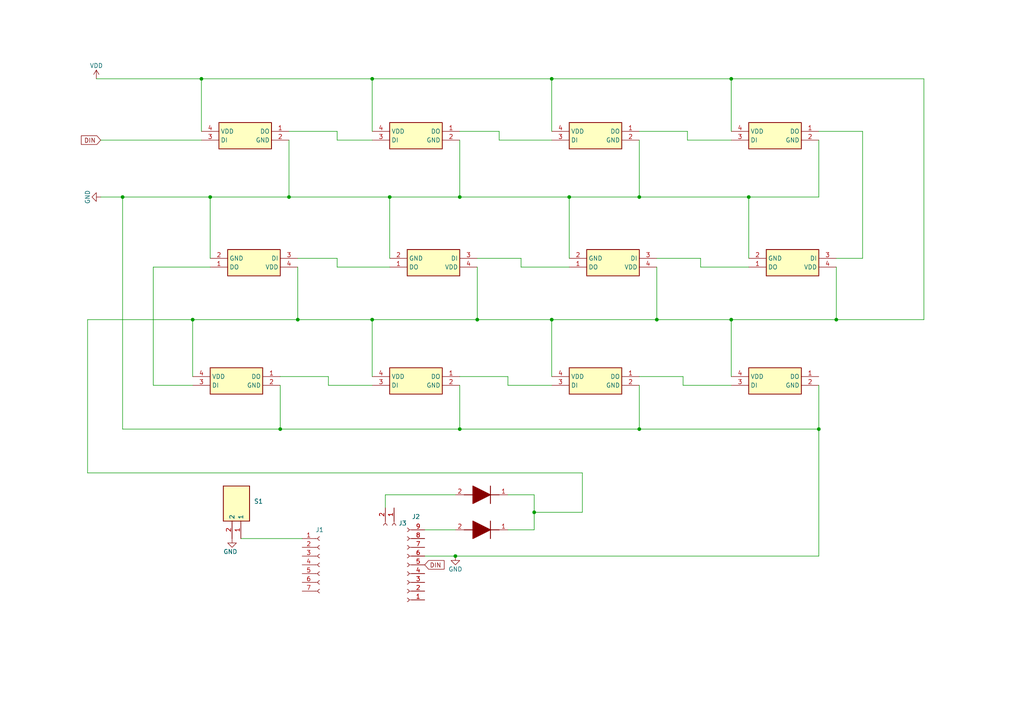
<source format=kicad_sch>
(kicad_sch (version 20230121) (generator eeschema)
  (paper "A4")
  (lib_symbols
    (symbol "B3AL-1005P:B3AL-1005P"
      (property "Reference" "S" (at 16.51 7.62 0))
      (property "Value" "B3AL-1005P" (at 16.51 5.08 0))
      (symbol "B3AL-1005P_1_1"
        (rectangle (start 5.08 2.54) (end 15.24 -5.08) (stroke (width 0.254)) (fill (type background)))
        (pin passive line (at 0 -2.54 0) (length 5.08) (name "1") (number "1"))
        (pin passive line (at 0 0 0) (length 5.08) (name "2") (number "2"))
      )
    )
    (symbol "Connector:Conn_01x02_Female" (pin_names (offset 1.016) hide)
      (property "Reference" "J" (at 0 2.54 0))
      (property "Value" "Conn_01x02_Female" (at 0 -5.08 0))
      (symbol "Conn_01x02_Female_1_1"
        (arc (start 0 -2.032) (mid -0.5058 -2.54) (end 0 -3.048) (stroke (width 0.1524)))
        (polyline (pts (xy -1.27 -2.54) (xy -0.508 -2.54)) (stroke (width 0.1524)))
        (polyline (pts (xy -1.27 0) (xy -0.508 0)) (stroke (width 0.1524)))
        (arc (start 0 0.508) (mid -0.5058 0) (end 0 -0.508) (stroke (width 0.1524)))
        (pin passive line (at -5.08 0 0) (length 3.81) (name "Pin_1") (number "1"))
        (pin passive line (at -5.08 -2.54 0) (length 3.81) (name "Pin_2") (number "2"))
      )
    )
    (symbol "Connector:Conn_01x07_Female" (pin_names (offset 1.016) hide)
      (property "Reference" "J" (at 0 10.16 0))
      (property "Value" "Conn_01x07_Female" (at 0 -10.16 0))
      (symbol "Conn_01x07_Female_1_1"
        (arc (start 0 -7.112) (mid -0.5058 -7.62) (end 0 -8.128) (stroke (width 0.1524)))
        (arc (start 0 -4.572) (mid -0.5058 -5.08) (end 0 -5.588) (stroke (width 0.1524)))
        (arc (start 0 -2.032) (mid -0.5058 -2.54) (end 0 -3.048) (stroke (width 0.1524)))
        (polyline (pts (xy -1.27 -7.62) (xy -0.508 -7.62)) (stroke (width 0.1524)))
        (polyline (pts (xy -1.27 -5.08) (xy -0.508 -5.08)) (stroke (width 0.1524)))
        (polyline (pts (xy -1.27 -2.54) (xy -0.508 -2.54)) (stroke (width 0.1524)))
        (polyline (pts (xy -1.27 0) (xy -0.508 0)) (stroke (width 0.1524)))
        (polyline (pts (xy -1.27 2.54) (xy -0.508 2.54)) (stroke (width 0.1524)))
        (polyline (pts (xy -1.27 5.08) (xy -0.508 5.08)) (stroke (width 0.1524)))
        (polyline (pts (xy -1.27 7.62) (xy -0.508 7.62)) (stroke (width 0.1524)))
        (arc (start 0 0.508) (mid -0.5058 0) (end 0 -0.508) (stroke (width 0.1524)))
        (arc (start 0 3.048) (mid -0.5058 2.54) (end 0 2.032) (stroke (width 0.1524)))
        (arc (start 0 5.588) (mid -0.5058 5.08) (end 0 4.572) (stroke (width 0.1524)))
        (arc (start 0 8.128) (mid -0.5058 7.62) (end 0 7.112) (stroke (width 0.1524)))
        (pin passive line (at -5.08 7.62 0) (length 3.81) (name "Pin_1") (number "1"))
        (pin passive line (at -5.08 5.08 0) (length 3.81) (name "Pin_2") (number "2"))
        (pin passive line (at -5.08 2.54 0) (length 3.81) (name "Pin_3") (number "3"))
        (pin passive line (at -5.08 0 0) (length 3.81) (name "Pin_4") (number "4"))
        (pin passive line (at -5.08 -2.54 0) (length 3.81) (name "Pin_5") (number "5"))
        (pin passive line (at -5.08 -5.08 0) (length 3.81) (name "Pin_6") (number "6"))
        (pin passive line (at -5.08 -7.62 0) (length 3.81) (name "Pin_7") (number "7"))
      )
    )
    (symbol "Connector:Conn_01x09_Female" (pin_names (offset 1.016) hide)
      (property "Reference" "J" (at 0 12.7 0))
      (property "Value" "Conn_01x09_Female" (at 0 -12.7 0))
      (symbol "Conn_01x09_Female_1_1"
        (arc (start 0 -9.652) (mid -0.5058 -10.16) (end 0 -10.668) (stroke (width 0.1524)))
        (arc (start 0 -7.112) (mid -0.5058 -7.62) (end 0 -8.128) (stroke (width 0.1524)))
        (arc (start 0 -4.572) (mid -0.5058 -5.08) (end 0 -5.588) (stroke (width 0.1524)))
        (arc (start 0 -2.032) (mid -0.5058 -2.54) (end 0 -3.048) (stroke (width 0.1524)))
        (polyline (pts (xy -1.27 -10.16) (xy -0.508 -10.16)) (stroke (width 0.1524)))
        (polyline (pts (xy -1.27 -7.62) (xy -0.508 -7.62)) (stroke (width 0.1524)))
        (polyline (pts (xy -1.27 -5.08) (xy -0.508 -5.08)) (stroke (width 0.1524)))
        (polyline (pts (xy -1.27 -2.54) (xy -0.508 -2.54)) (stroke (width 0.1524)))
        (polyline (pts (xy -1.27 0) (xy -0.508 0)) (stroke (width 0.1524)))
        (polyline (pts (xy -1.27 2.54) (xy -0.508 2.54)) (stroke (width 0.1524)))
        (polyline (pts (xy -1.27 5.08) (xy -0.508 5.08)) (stroke (width 0.1524)))
        (polyline (pts (xy -1.27 7.62) (xy -0.508 7.62)) (stroke (width 0.1524)))
        (polyline (pts (xy -1.27 10.16) (xy -0.508 10.16)) (stroke (width 0.1524)))
        (arc (start 0 0.508) (mid -0.5058 0) (end 0 -0.508) (stroke (width 0.1524)))
        (arc (start 0 3.048) (mid -0.5058 2.54) (end 0 2.032) (stroke (width 0.1524)))
        (arc (start 0 5.588) (mid -0.5058 5.08) (end 0 4.572) (stroke (width 0.1524)))
        (arc (start 0 8.128) (mid -0.5058 7.62) (end 0 7.112) (stroke (width 0.1524)))
        (arc (start 0 10.668) (mid -0.5058 10.16) (end 0 9.652) (stroke (width 0.1524)))
        (pin passive line (at -5.08 10.16 0) (length 3.81) (name "Pin_1") (number "1"))
        (pin passive line (at -5.08 7.62 0) (length 3.81) (name "Pin_2") (number "2"))
        (pin passive line (at -5.08 5.08 0) (length 3.81) (name "Pin_3") (number "3"))
        (pin passive line (at -5.08 2.54 0) (length 3.81) (name "Pin_4") (number "4"))
        (pin passive line (at -5.08 0 0) (length 3.81) (name "Pin_5") (number "5"))
        (pin passive line (at -5.08 -2.54 0) (length 3.81) (name "Pin_6") (number "6"))
        (pin passive line (at -5.08 -5.08 0) (length 3.81) (name "Pin_7") (number "7"))
        (pin passive line (at -5.08 -7.62 0) (length 3.81) (name "Pin_8") (number "8"))
        (pin passive line (at -5.08 -10.16 0) (length 3.81) (name "Pin_9") (number "9"))
      )
    )
    (symbol "GND_1" (power) (pin_names (offset 0))
      (property "Value" "GND_1" (at 0 -3.81 0))
      (symbol "GND_1_0_1"
        (polyline (pts (xy 0 0) (xy 0 -1.27) (xy 1.27 -1.27) (xy 0 -2.54) (xy -1.27 -1.27) (xy 0 -1.27)))
      )
      (symbol "GND_1_1_1"
        (pin power_in line (at 0 0 270) (length 0) hide (name "GND") (number "1"))
      )
    )
    (symbol "LIB_4684:4684"
      (property "Reference" "LED" (at 21.59 7.62 0))
      (property "Value" "4684" (at 21.59 5.08 0))
      (symbol "4684_1_1"
        (rectangle (start 5.08 2.54) (end 20.32 -5.08) (stroke (width 0.254)) (fill (type background)))
        (pin passive line (at 25.4 -2.54 180) (length 5.08) (name "DO") (number "1"))
        (pin passive line (at 25.4 0 180) (length 5.08) (name "GND") (number "2"))
        (pin passive line (at 0 0 0) (length 5.08) (name "DI") (number "3"))
        (pin passive line (at 0 -2.54 0) (length 5.08) (name "VDD") (number "4"))
      )
    )
    (symbol "LIB_SBRT05U20LPS-7B:SBRT05U20LPS-7B" (pin_names hide)
      (property "Reference" "D" (at 11.43 5.08 0))
      (property "Value" "SBRT05U20LPS-7B" (at 11.43 2.54 0))
      (symbol "SBRT05U20LPS-7B_1_1"
        (polyline (pts (xy 2.54 0) (xy 5.08 0)) (stroke (width 0.254)))
        (polyline (pts (xy 5.08 2.54) (xy 5.08 -2.54)) (stroke (width 0.254)))
        (polyline (pts (xy 10.16 0) (xy 12.7 0)) (stroke (width 0.254)))
        (polyline (pts (xy 5.08 0) (xy 10.16 2.54) (xy 10.16 -2.54) (xy 5.08 0)) (stroke (width 0.254)) (fill (type outline)))
        (pin passive line (at 0 0 0) (length 2.54) (name "K") (number "1"))
        (pin passive line (at 15.24 0 180) (length 2.54) (name "A") (number "2"))
      )
    )
    (symbol "power:GND" (power) (pin_names (offset 0))
      (property "Value" "GND" (at 0 -3.81 0))
      (symbol "GND_0_1"
        (polyline (pts (xy 0 0) (xy 0 -1.27) (xy 1.27 -1.27) (xy 0 -2.54) (xy -1.27 -1.27) (xy 0 -1.27)))
      )
      (symbol "GND_1_1"
        (pin power_in line (at 0 0 270) (length 0) hide (name "GND") (number "1"))
      )
    )
    (symbol "power:VDD" (power) (pin_names (offset 0))
      (property "Value" "VDD" (at 0 3.81 0))
      (symbol "VDD_0_1"
        (polyline (pts (xy -0.762 1.27) (xy 0 2.54)))
        (polyline (pts (xy 0 0) (xy 0 2.54)))
        (polyline (pts (xy 0 2.54) (xy 0.762 1.27)))
      )
      (symbol "VDD_1_1"
        (pin power_in line (at 0 0 90) (length 0) hide (name "VDD") (number "1"))
      )
    )
  )
  (junction (at 58.42 22.86))
  (junction (at 107.95 92.71))
  (junction (at 107.95 22.86))
  (junction (at 185.42 124.46))
  (junction (at 190.5 92.71))
  (junction (at 81.28 124.46))
  (junction (at 55.88 92.71))
  (junction (at 165.1 57.15))
  (junction (at 154.94 148.59))
  (junction (at 242.57 92.71))
  (junction (at 160.02 22.86))
  (junction (at 185.42 57.15))
  (junction (at 35.56 57.15))
  (junction (at 83.82 57.15))
  (junction (at 133.35 57.15))
  (junction (at 60.96 57.15))
  (junction (at 212.09 92.71))
  (junction (at 160.02 92.71))
  (junction (at 237.49 124.46))
  (junction (at 133.35 124.46))
  (junction (at 212.09 22.86))
  (junction (at 86.36 92.71))
  (junction (at 132.08 161.29))
  (junction (at 217.17 57.15))
  (junction (at 138.43 92.71))
  (junction (at 113.03 57.15))
  (wire (pts (xy 147.32 111.76) (xy 160.02 111.76)))
  (wire (pts (xy 132.08 153.67) (xy 123.19 153.67)))
  (wire (pts (xy 147.32 109.22) (xy 147.32 111.76)))
  (wire (pts (xy 29.21 40.64) (xy 58.42 40.64)))
  (wire (pts (xy 133.35 38.1) (xy 144.78 38.1)))
  (wire (pts (xy 97.79 74.93) (xy 86.36 74.93)))
  (wire (pts (xy 97.79 38.1) (xy 97.79 40.64)))
  (wire (pts (xy 107.95 92.71) (xy 138.43 92.71)))
  (wire (pts (xy 113.03 77.47) (xy 97.79 77.47)))
  (wire (pts (xy 58.42 22.86) (xy 107.95 22.86)))
  (wire (pts (xy 190.5 92.71) (xy 160.02 92.71)))
  (wire (pts (xy 250.19 74.93) (xy 242.57 74.93)))
  (wire (pts (xy 217.17 57.15) (xy 237.49 57.15)))
  (wire (pts (xy 133.35 111.76) (xy 133.35 124.46)))
  (wire (pts (xy 151.13 77.47) (xy 151.13 74.93)))
  (wire (pts (xy 250.19 38.1) (xy 250.19 74.93)))
  (wire (pts (xy 35.56 57.15) (xy 35.56 124.46)))
  (wire (pts (xy 168.91 137.16) (xy 168.91 148.59)))
  (wire (pts (xy 237.49 161.29) (xy 237.49 124.46)))
  (wire (pts (xy 123.19 161.29) (xy 132.08 161.29)))
  (wire (pts (xy 86.36 92.71) (xy 107.95 92.71)))
  (wire (pts (xy 237.49 40.64) (xy 237.49 57.15)))
  (wire (pts (xy 237.49 38.1) (xy 250.19 38.1)))
  (wire (pts (xy 154.94 143.51) (xy 147.32 143.51)))
  (wire (pts (xy 165.1 57.15) (xy 185.42 57.15)))
  (wire (pts (xy 97.79 77.47) (xy 97.79 74.93)))
  (wire (pts (xy 190.5 77.47) (xy 190.5 92.71)))
  (wire (pts (xy 185.42 57.15) (xy 217.17 57.15)))
  (wire (pts (xy 185.42 124.46) (xy 237.49 124.46)))
  (wire (pts (xy 185.42 40.64) (xy 185.42 57.15)))
  (wire (pts (xy 107.95 92.71) (xy 107.95 109.22)))
  (wire (pts (xy 165.1 77.47) (xy 151.13 77.47)))
  (wire (pts (xy 144.78 40.64) (xy 160.02 40.64)))
  (wire (pts (xy 160.02 92.71) (xy 138.43 92.71)))
  (wire (pts (xy 58.42 22.86) (xy 58.42 38.1)))
  (wire (pts (xy 160.02 92.71) (xy 160.02 109.22)))
  (wire (pts (xy 25.4 137.16) (xy 25.4 92.71)))
  (wire (pts (xy 60.96 77.47) (xy 44.45 77.47)))
  (wire (pts (xy 242.57 77.47) (xy 242.57 92.71)))
  (wire (pts (xy 133.35 57.15) (xy 165.1 57.15)))
  (wire (pts (xy 237.49 124.46) (xy 237.49 111.76)))
  (wire (pts (xy 81.28 109.22) (xy 95.25 109.22)))
  (wire (pts (xy 111.76 147.32) (xy 111.76 143.51)))
  (wire (pts (xy 190.5 92.71) (xy 212.09 92.71)))
  (wire (pts (xy 212.09 92.71) (xy 242.57 92.71)))
  (wire (pts (xy 138.43 77.47) (xy 138.43 92.71)))
  (wire (pts (xy 203.2 77.47) (xy 203.2 74.93)))
  (wire (pts (xy 81.28 124.46) (xy 133.35 124.46)))
  (wire (pts (xy 69.85 156.21) (xy 87.63 156.21)))
  (wire (pts (xy 242.57 92.71) (xy 267.97 92.71)))
  (wire (pts (xy 95.25 111.76) (xy 107.95 111.76)))
  (wire (pts (xy 154.94 153.67) (xy 154.94 148.59)))
  (wire (pts (xy 86.36 92.71) (xy 86.36 77.47)))
  (wire (pts (xy 44.45 77.47) (xy 44.45 111.76)))
  (wire (pts (xy 107.95 38.1) (xy 107.95 22.86)))
  (wire (pts (xy 144.78 38.1) (xy 144.78 40.64)))
  (wire (pts (xy 97.79 40.64) (xy 107.95 40.64)))
  (wire (pts (xy 199.39 40.64) (xy 212.09 40.64)))
  (wire (pts (xy 160.02 22.86) (xy 160.02 38.1)))
  (wire (pts (xy 198.12 111.76) (xy 212.09 111.76)))
  (wire (pts (xy 154.94 148.59) (xy 154.94 143.51)))
  (wire (pts (xy 113.03 57.15) (xy 133.35 57.15)))
  (wire (pts (xy 185.42 111.76) (xy 185.42 124.46)))
  (wire (pts (xy 217.17 77.47) (xy 203.2 77.47)))
  (wire (pts (xy 203.2 74.93) (xy 190.5 74.93)))
  (wire (pts (xy 95.25 109.22) (xy 95.25 111.76)))
  (wire (pts (xy 55.88 92.71) (xy 55.88 109.22)))
  (wire (pts (xy 55.88 92.71) (xy 86.36 92.71)))
  (wire (pts (xy 60.96 57.15) (xy 83.82 57.15)))
  (wire (pts (xy 83.82 38.1) (xy 97.79 38.1)))
  (wire (pts (xy 185.42 109.22) (xy 198.12 109.22)))
  (wire (pts (xy 132.08 161.29) (xy 237.49 161.29)))
  (wire (pts (xy 151.13 74.93) (xy 138.43 74.93)))
  (wire (pts (xy 168.91 148.59) (xy 154.94 148.59)))
  (wire (pts (xy 199.39 38.1) (xy 199.39 40.64)))
  (wire (pts (xy 133.35 109.22) (xy 147.32 109.22)))
  (wire (pts (xy 44.45 111.76) (xy 55.88 111.76)))
  (wire (pts (xy 160.02 22.86) (xy 212.09 22.86)))
  (wire (pts (xy 165.1 57.15) (xy 165.1 74.93)))
  (wire (pts (xy 198.12 109.22) (xy 198.12 111.76)))
  (wire (pts (xy 267.97 92.71) (xy 267.97 22.86)))
  (wire (pts (xy 212.09 38.1) (xy 212.09 22.86)))
  (wire (pts (xy 83.82 57.15) (xy 113.03 57.15)))
  (wire (pts (xy 107.95 22.86) (xy 160.02 22.86)))
  (wire (pts (xy 35.56 57.15) (xy 60.96 57.15)))
  (wire (pts (xy 81.28 111.76) (xy 81.28 124.46)))
  (wire (pts (xy 212.09 22.86) (xy 267.97 22.86)))
  (wire (pts (xy 29.21 57.15) (xy 35.56 57.15)))
  (wire (pts (xy 133.35 40.64) (xy 133.35 57.15)))
  (wire (pts (xy 35.56 124.46) (xy 81.28 124.46)))
  (wire (pts (xy 83.82 40.64) (xy 83.82 57.15)))
  (wire (pts (xy 113.03 57.15) (xy 113.03 74.93)))
  (wire (pts (xy 60.96 57.15) (xy 60.96 74.93)))
  (wire (pts (xy 147.32 153.67) (xy 154.94 153.67)))
  (wire (pts (xy 212.09 92.71) (xy 212.09 109.22)))
  (wire (pts (xy 25.4 92.71) (xy 55.88 92.71)))
  (wire (pts (xy 25.4 137.16) (xy 168.91 137.16)))
  (wire (pts (xy 111.76 143.51) (xy 132.08 143.51)))
  (wire (pts (xy 185.42 38.1) (xy 199.39 38.1)))
  (wire (pts (xy 217.17 74.93) (xy 217.17 57.15)))
  (wire (pts (xy 133.35 124.46) (xy 185.42 124.46)))
  (wire (pts (xy 27.94 22.86) (xy 58.42 22.86)))
  (global_label "DIN" (shape input) (at 123.19 163.83 0) (property "Intersheetrefs" "${INTERSHEET_REFS}" (effects hide)))
  (global_label "DIN" (shape input) (at 29.21 40.64 180) (property "Intersheetrefs" "${INTERSHEET_REFS}" (effects hide)))
  (symbol (lib_id "LIB_4684:4684") (at 58.42 40.64 0) (mirror x) (unit 1)
    (property "Reference" "U1" (effects hide))
    (property "Value" "WS2812-2020" (effects hide))
    (property "Footprint" "4684" (effects hide))
    (property "Datasheet" "https://cdn-shop.adafruit.com/product-files/4684/4684_WS2812B-2020_V1.3_EN.pdf" (effects hide))
    (property "STANDARD" "Manufacturer Recommendations" (effects hide))
    (property "MANUFACTURER" "Worldsemi" (effects hide))
    (property "Height" "0.84" (effects hide))
    (property "Mouser Part Number" "485-4684" (effects hide))
    (property "Mouser Price/Stock" "https://www.mouser.co.uk/ProductDetail/Adafruit/4684?qs=DPoM0jnrROWIv9%2FMCIm5vw%3D%3D" (effects hide))
    (property "Manufacturer_Name" "Adafruit" (effects hide))
    (property "Manufacturer_Part_Number" "4684" (effects hide))
  )
  (symbol (lib_id "B3AL-1005P:B3AL-1005P") (at 67.31 156.21 90) (unit 1)
    (property "Reference" "S1" (at 73.66 145.415 90) (effects (justify right)))
    (property "Value" "B3AL-1005P" (effects hide))
    (property "Footprint" "B3AL1005P" (effects hide))
    (property "Datasheet" "https://componentsearchengine.com/Datasheets/2/B3AL-1005P.pdf" (effects hide))
    (property "MAXIMUM_PACKAGE_HEIGHT" "0.58mm" (effects hide))
    (property "DIGIKEY-PURCHASE-URL" "https://snapeda.com/shop?store=DigiKey&id=584571" (effects hide))
    (property "MF" "Panasonic Electronic" (effects hide))
    (property "MOUSER-PURCHASE-URL" "https://snapeda.com/shop?store=Mouser&id=584571" (effects hide))
    (property "DIGI-KEY_PART_NUMBER" "P19888CT-ND" (effects hide))
    (property "DESCRIPTION" "Tactile Switch SPST-NO Top Actuated Surface Mount" (effects hide))
    (property "MP" "EVPBB4A9B000" (effects hide))
    (property "PACKAGE" "None" (effects hide))
    (property "ARROW_ELECTRONICS-PURCHASE-URL" "https://snapeda.com/shop?store=Arrow+Electronics&id=584571" (effects hide))
    (property "Height" "5.4" (effects hide))
    (property "Manufacturer_Name" "Omron Electronics" (effects hide))
    (property "Manufacturer_Part_Number" "B3AL-1005P" (effects hide))
    (property "Mouser Part Number" "653-B3AL-1005P" (effects hide))
    (property "Mouser Price/Stock" "https://www.mouser.co.uk/ProductDetail/Omron-Electronics/B3AL-1005P?qs=HXFqYaX1Q2za%252BDzKC8o59w%3D%3D" (effects hide))
    (property "Arrow Part Number" "B3AL-1005P" (effects hide))
    (property "Arrow Price/Stock" "https://www.arrow.com/en/products/b3al-1005p/omron?region=nac" (effects hide))
  )
  (symbol (lib_id "power:VDD") (at 27.94 22.86 0) (unit 1)
    (property "Reference" "#PWR04" (effects hide))
    (property "Value" "VDD" (at 27.94 19.05 0))
  )
  (symbol (lib_id "power:GND") (at 29.21 57.15 270) (unit 1)
    (property "Reference" "#PWR01" (effects hide))
    (property "Value" "GND" (at 25.4 57.15 0))
  )
  (symbol (lib_id "LIB_4684:4684") (at 212.09 40.64 0) (mirror x) (unit 1)
    (property "Reference" "U4" (effects hide))
    (property "Value" "WS2812-2020" (effects hide))
    (property "Footprint" "4684" (effects hide))
    (property "Datasheet" "https://cdn-shop.adafruit.com/product-files/4684/4684_WS2812B-2020_V1.3_EN.pdf" (effects hide))
    (property "STANDARD" "Manufacturer Recommendations" (effects hide))
    (property "MANUFACTURER" "Worldsemi" (effects hide))
    (property "Height" "0.84" (effects hide))
    (property "Mouser Part Number" "485-4684" (effects hide))
    (property "Mouser Price/Stock" "https://www.mouser.co.uk/ProductDetail/Adafruit/4684?qs=DPoM0jnrROWIv9%2FMCIm5vw%3D%3D" (effects hide))
    (property "Manufacturer_Name" "Adafruit" (effects hide))
    (property "Manufacturer_Part_Number" "4684" (effects hide))
  )
  (symbol (lib_id "LIB_4684:4684") (at 86.36 74.93 0) (mirror y) (unit 1)
    (property "Reference" "U8" (effects hide))
    (property "Value" "WS2812-2020" (effects hide))
    (property "Footprint" "4684" (effects hide))
    (property "Datasheet" "https://cdn-shop.adafruit.com/product-files/4684/4684_WS2812B-2020_V1.3_EN.pdf" (effects hide))
    (property "STANDARD" "Manufacturer Recommendations" (effects hide))
    (property "MANUFACTURER" "Worldsemi" (effects hide))
    (property "Height" "0.84" (effects hide))
    (property "Mouser Part Number" "485-4684" (effects hide))
    (property "Mouser Price/Stock" "https://www.mouser.co.uk/ProductDetail/Adafruit/4684?qs=DPoM0jnrROWIv9%2FMCIm5vw%3D%3D" (effects hide))
    (property "Manufacturer_Name" "Adafruit" (effects hide))
    (property "Manufacturer_Part_Number" "4684" (effects hide))
  )
  (symbol (lib_id "LIB_4684:4684") (at 160.02 40.64 0) (mirror x) (unit 1)
    (property "Reference" "U3" (effects hide))
    (property "Value" "WS2812-2020" (effects hide))
    (property "Footprint" "4684" (effects hide))
    (property "Datasheet" "https://cdn-shop.adafruit.com/product-files/4684/4684_WS2812B-2020_V1.3_EN.pdf" (effects hide))
    (property "STANDARD" "Manufacturer Recommendations" (effects hide))
    (property "MANUFACTURER" "Worldsemi" (effects hide))
    (property "Height" "0.84" (effects hide))
    (property "Mouser Part Number" "485-4684" (effects hide))
    (property "Mouser Price/Stock" "https://www.mouser.co.uk/ProductDetail/Adafruit/4684?qs=DPoM0jnrROWIv9%2FMCIm5vw%3D%3D" (effects hide))
    (property "Manufacturer_Name" "Adafruit" (effects hide))
    (property "Manufacturer_Part_Number" "4684" (effects hide))
  )
  (symbol (lib_id "Connector:Conn_01x02_Female") (at 114.3 152.4 270) (unit 1)
    (property "Reference" "J3" (at 115.57 151.7649 90) (effects (justify left)))
    (property "Value" "Conn_01x02_Female" (effects hide))
    (property "Footprint" "Connector_PinHeader_2.54mm:PinHeader_1x02_P2.54mm_Vertical" (effects hide))
  )
  (symbol (lib_id "LIB_4684:4684") (at 107.95 40.64 0) (mirror x) (unit 1)
    (property "Reference" "U2" (effects hide))
    (property "Value" "WS2812-2020" (effects hide))
    (property "Footprint" "4684" (effects hide))
    (property "Datasheet" "https://cdn-shop.adafruit.com/product-files/4684/4684_WS2812B-2020_V1.3_EN.pdf" (effects hide))
    (property "STANDARD" "Manufacturer Recommendations" (effects hide))
    (property "MANUFACTURER" "Worldsemi" (effects hide))
    (property "Height" "0.84" (effects hide))
    (property "Mouser Part Number" "485-4684" (effects hide))
    (property "Mouser Price/Stock" "https://www.mouser.co.uk/ProductDetail/Adafruit/4684?qs=DPoM0jnrROWIv9%2FMCIm5vw%3D%3D" (effects hide))
    (property "Manufacturer_Name" "Adafruit" (effects hide))
    (property "Manufacturer_Part_Number" "4684" (effects hide))
  )
  (symbol (lib_id "LIB_SBRT05U20LPS-7B:SBRT05U20LPS-7B") (at 147.32 143.51 180) (unit 1)
    (property "Reference" "D1" (effects hide))
    (property "Value" "DIODE" (effects hide))
    (property "Footprint" "SBRT05U20LPS7B" (effects hide))
    (property "Height" "0.4" (effects hide))
    (property "Mouser Part Number" "621-SBRT05U20LPS-7B" (effects hide))
    (property "Mouser Price/Stock" "https://www.mouser.co.uk/ProductDetail/Diodes-Incorporated/SBRT05U20LPS-7B?qs=HXFqYaX1Q2x3D%2FyKVrtKtA%3D%3D" (effects hide))
    (property "Manufacturer_Name" "Diodes Inc." (effects hide))
    (property "Manufacturer_Part_Number" "SBRT05U20LPS-7B" (effects hide))
  )
  (symbol (lib_id "Connector:Conn_01x09_Female") (at 118.11 163.83 180) (unit 1)
    (property "Reference" "J2" (at 120.65 149.86 0))
    (property "Value" "Conn_01x09_Female" (effects hide))
    (property "Footprint" "Connector_PinHeader_2.54mm:PinHeader_1x09_P2.54mm_Vertical" (effects hide))
  )
  (symbol (lib_id "LIB_4684:4684") (at 160.02 111.76 0) (mirror x) (unit 1)
    (property "Reference" "U11" (effects hide))
    (property "Value" "WS2812-2020" (effects hide))
    (property "Footprint" "4684" (effects hide))
    (property "Datasheet" "https://cdn-shop.adafruit.com/product-files/4684/4684_WS2812B-2020_V1.3_EN.pdf" (effects hide))
    (property "STANDARD" "Manufacturer Recommendations" (effects hide))
    (property "MANUFACTURER" "Worldsemi" (effects hide))
    (property "Height" "0.84" (effects hide))
    (property "Mouser Part Number" "485-4684" (effects hide))
    (property "Mouser Price/Stock" "https://www.mouser.co.uk/ProductDetail/Adafruit/4684?qs=DPoM0jnrROWIv9%2FMCIm5vw%3D%3D" (effects hide))
    (property "Manufacturer_Name" "Adafruit" (effects hide))
    (property "Manufacturer_Part_Number" "4684" (effects hide))
  )
  (symbol (lib_name "GND_1") (lib_id "power:GND") (at 132.08 161.29 0) (unit 1)
    (property "Reference" "#PWR03" (effects hide))
    (property "Value" "GND" (at 132.08 165.1 0))
  )
  (symbol (lib_id "LIB_4684:4684") (at 242.57 74.93 0) (mirror y) (unit 1)
    (property "Reference" "U5" (effects hide))
    (property "Value" "WS2812-2020" (effects hide))
    (property "Footprint" "4684" (effects hide))
    (property "Datasheet" "https://cdn-shop.adafruit.com/product-files/4684/4684_WS2812B-2020_V1.3_EN.pdf" (effects hide))
    (property "STANDARD" "Manufacturer Recommendations" (effects hide))
    (property "MANUFACTURER" "Worldsemi" (effects hide))
    (property "Height" "0.84" (effects hide))
    (property "Mouser Part Number" "485-4684" (effects hide))
    (property "Mouser Price/Stock" "https://www.mouser.co.uk/ProductDetail/Adafruit/4684?qs=DPoM0jnrROWIv9%2FMCIm5vw%3D%3D" (effects hide))
    (property "Manufacturer_Name" "Adafruit" (effects hide))
    (property "Manufacturer_Part_Number" "4684" (effects hide))
  )
  (symbol (lib_id "LIB_4684:4684") (at 55.88 111.76 0) (mirror x) (unit 1)
    (property "Reference" "U9" (effects hide))
    (property "Value" "WS2812-2020" (effects hide))
    (property "Footprint" "4684" (effects hide))
    (property "Datasheet" "https://cdn-shop.adafruit.com/product-files/4684/4684_WS2812B-2020_V1.3_EN.pdf" (effects hide))
    (property "STANDARD" "Manufacturer Recommendations" (effects hide))
    (property "MANUFACTURER" "Worldsemi" (effects hide))
    (property "Height" "0.84" (effects hide))
    (property "Mouser Part Number" "485-4684" (effects hide))
    (property "Mouser Price/Stock" "https://www.mouser.co.uk/ProductDetail/Adafruit/4684?qs=DPoM0jnrROWIv9%2FMCIm5vw%3D%3D" (effects hide))
    (property "Manufacturer_Name" "Adafruit" (effects hide))
    (property "Manufacturer_Part_Number" "4684" (effects hide))
  )
  (symbol (lib_name "GND_1") (lib_id "power:GND") (at 67.31 156.21 0) (unit 1)
    (property "Reference" "#PWR02" (effects hide))
    (property "Value" "GND" (at 64.77 160.02 0) (effects (justify left)))
  )
  (symbol (lib_id "LIB_SBRT05U20LPS-7B:SBRT05U20LPS-7B") (at 147.32 153.67 180) (unit 1)
    (property "Reference" "D2" (effects hide))
    (property "Value" "DIODE" (effects hide))
    (property "Footprint" "SBRT05U20LPS7B" (effects hide))
    (property "Height" "0.4" (effects hide))
    (property "Mouser Part Number" "621-SBRT05U20LPS-7B" (effects hide))
    (property "Mouser Price/Stock" "https://www.mouser.co.uk/ProductDetail/Diodes-Incorporated/SBRT05U20LPS-7B?qs=HXFqYaX1Q2x3D%2FyKVrtKtA%3D%3D" (effects hide))
    (property "Manufacturer_Name" "Diodes Inc." (effects hide))
    (property "Manufacturer_Part_Number" "SBRT05U20LPS-7B" (effects hide))
  )
  (symbol (lib_id "LIB_4684:4684") (at 190.5 74.93 0) (mirror y) (unit 1)
    (property "Reference" "U6" (effects hide))
    (property "Value" "WS2812-2020" (effects hide))
    (property "Footprint" "4684" (effects hide))
    (property "Datasheet" "https://cdn-shop.adafruit.com/product-files/4684/4684_WS2812B-2020_V1.3_EN.pdf" (effects hide))
    (property "STANDARD" "Manufacturer Recommendations" (effects hide))
    (property "MANUFACTURER" "Worldsemi" (effects hide))
    (property "Height" "0.84" (effects hide))
    (property "Mouser Part Number" "485-4684" (effects hide))
    (property "Mouser Price/Stock" "https://www.mouser.co.uk/ProductDetail/Adafruit/4684?qs=DPoM0jnrROWIv9%2FMCIm5vw%3D%3D" (effects hide))
    (property "Manufacturer_Name" "Adafruit" (effects hide))
    (property "Manufacturer_Part_Number" "4684" (effects hide))
  )
  (symbol (lib_id "LIB_4684:4684") (at 138.43 74.93 0) (mirror y) (unit 1)
    (property "Reference" "U7" (effects hide))
    (property "Value" "WS2812-2020" (effects hide))
    (property "Footprint" "4684" (effects hide))
    (property "Datasheet" "https://cdn-shop.adafruit.com/product-files/4684/4684_WS2812B-2020_V1.3_EN.pdf" (effects hide))
    (property "STANDARD" "Manufacturer Recommendations" (effects hide))
    (property "MANUFACTURER" "Worldsemi" (effects hide))
    (property "Height" "0.84" (effects hide))
    (property "Mouser Part Number" "485-4684" (effects hide))
    (property "Mouser Price/Stock" "https://www.mouser.co.uk/ProductDetail/Adafruit/4684?qs=DPoM0jnrROWIv9%2FMCIm5vw%3D%3D" (effects hide))
    (property "Manufacturer_Name" "Adafruit" (effects hide))
    (property "Manufacturer_Part_Number" "4684" (effects hide))
  )
  (symbol (lib_id "LIB_4684:4684") (at 107.95 111.76 0) (mirror x) (unit 1)
    (property "Reference" "U10" (effects hide))
    (property "Value" "WS2812-2020" (effects hide))
    (property "Footprint" "4684" (effects hide))
    (property "Datasheet" "https://cdn-shop.adafruit.com/product-files/4684/4684_WS2812B-2020_V1.3_EN.pdf" (effects hide))
    (property "STANDARD" "Manufacturer Recommendations" (effects hide))
    (property "MANUFACTURER" "Worldsemi" (effects hide))
    (property "Height" "0.84" (effects hide))
    (property "Mouser Part Number" "485-4684" (effects hide))
    (property "Mouser Price/Stock" "https://www.mouser.co.uk/ProductDetail/Adafruit/4684?qs=DPoM0jnrROWIv9%2FMCIm5vw%3D%3D" (effects hide))
    (property "Manufacturer_Name" "Adafruit" (effects hide))
    (property "Manufacturer_Part_Number" "4684" (effects hide))
  )
  (symbol (lib_id "Connector:Conn_01x07_Female") (at 92.71 163.83 0) (unit 1)
    (property "Reference" "J1" (at 92.71 153.67 0))
    (property "Value" "Conn_01x07_Female" (effects hide))
    (property "Footprint" "Connector_PinHeader_2.54mm:PinHeader_1x07_P2.54mm_Vertical" (effects hide))
  )
  (symbol (lib_id "LIB_4684:4684") (at 212.09 111.76 0) (mirror x) (unit 1)
    (property "Reference" "U12" (effects hide))
    (property "Value" "WS2812-2020" (effects hide))
    (property "Footprint" "4684" (effects hide))
    (property "Datasheet" "https://cdn-shop.adafruit.com/product-files/4684/4684_WS2812B-2020_V1.3_EN.pdf" (effects hide))
    (property "STANDARD" "Manufacturer Recommendations" (effects hide))
    (property "MANUFACTURER" "Worldsemi" (effects hide))
    (property "Height" "0.84" (effects hide))
    (property "Mouser Part Number" "485-4684" (effects hide))
    (property "Mouser Price/Stock" "https://www.mouser.co.uk/ProductDetail/Adafruit/4684?qs=DPoM0jnrROWIv9%2FMCIm5vw%3D%3D" (effects hide))
    (property "Manufacturer_Name" "Adafruit" (effects hide))
    (property "Manufacturer_Part_Number" "4684" (effects hide))
  )
)
</source>
